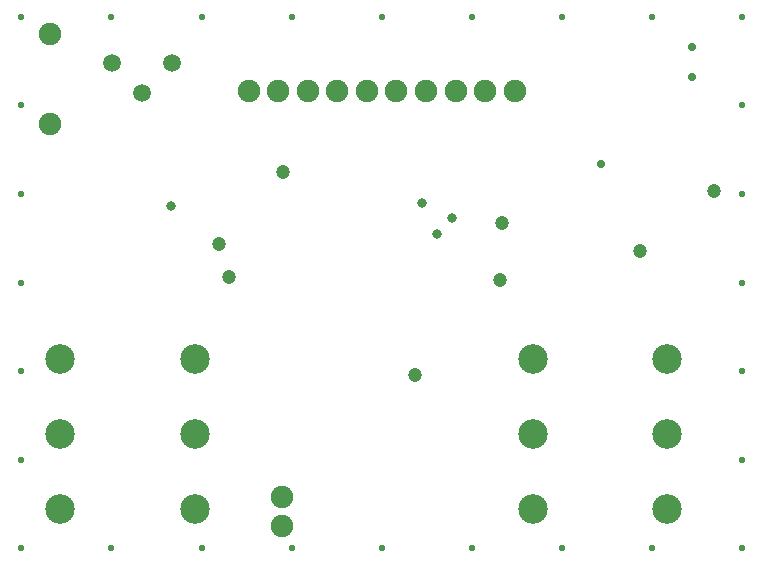
<source format=gbs>
%FSLAX46Y46*%
%MOMM*%
%AMPS12*
1,1,0.800000,0.000000,0.000000*
%
%ADD12PS12*%
%AMPS11*
1,1,2.500000,0.000000,0.000000*
%
%ADD11PS11*%
%AMPS13*
1,1,1.500000,0.000000,0.000000*
%
%ADD13PS13*%
%AMPS14*
1,1,1.900000,0.000000,0.000000*
%
%ADD14PS14*%
%AMPS15*
1,1,1.900000,0.000000,0.000000*
%
%ADD15PS15*%
%AMPS10*
1,1,1.900000,0.000000,0.000000*
%
%ADD10PS10*%
%AMPS19*
1,1,1.200000,0.000000,0.000000*
%
%ADD19PS19*%
%AMPS16*
1,1,0.550000,0.000000,0.000000*
%
%ADD16PS16*%
%AMPS18*
1,1,0.700000,0.000000,0.000000*
%
%ADD18PS18*%
%AMPS17*
1,1,0.800000,0.000000,0.000000*
%
%ADD17PS17*%
G01*
%LPD*%
G01*
%LPD*%
G75*
D10*
X23050000Y5350000D03*
D10*
X23050000Y2850000D03*
D11*
X15700000Y10675000D03*
D11*
X4280000Y10675000D03*
D11*
X4280000Y4325000D03*
D11*
X4280000Y17025000D03*
D11*
X15700000Y17025000D03*
D11*
X15700000Y4325000D03*
D12*
X34930000Y30270000D03*
D12*
X37470000Y29000000D03*
D13*
X13740000Y42120000D03*
D13*
X11200000Y39580000D03*
D13*
X8660000Y42120000D03*
D14*
X3400000Y36890000D03*
D14*
X3400000Y44510000D03*
D15*
X27752917Y39698737D03*
D15*
X42752917Y39698737D03*
D15*
X20252917Y39698737D03*
D15*
X30252917Y39698737D03*
D15*
X35252917Y39698737D03*
D15*
X25252917Y39698737D03*
D15*
X40252917Y39698737D03*
D15*
X37752917Y39698737D03*
D15*
X22752917Y39698737D03*
D15*
X32752917Y39698737D03*
D11*
X55700000Y10675000D03*
D11*
X44280000Y10675000D03*
D11*
X44280000Y4325000D03*
D11*
X44280000Y17025000D03*
D11*
X55700000Y17025000D03*
D11*
X55700000Y4325000D03*
D16*
X31500000Y1000000D03*
D16*
X62000000Y46000000D03*
D16*
X1000000Y8500000D03*
D17*
X13705000Y29970000D03*
D17*
X36200000Y27600000D03*
D16*
X62000000Y38500000D03*
D16*
X46750000Y46000000D03*
D16*
X39125000Y1000000D03*
D18*
X57800000Y43410000D03*
D16*
X62000000Y31000000D03*
D19*
X34350000Y15702922D03*
D16*
X46750000Y1000000D03*
D19*
X59675000Y31270000D03*
D16*
X54375000Y46000000D03*
D16*
X8625000Y1000000D03*
D16*
X1000000Y23500000D03*
D16*
X1000000Y31000000D03*
D16*
X16250000Y1000000D03*
D19*
X17695000Y26730000D03*
D18*
X50110000Y33550000D03*
D16*
X39125000Y46000000D03*
D19*
X18605000Y23990000D03*
D16*
X62000000Y23500000D03*
D16*
X23875000Y1000000D03*
D18*
X57800000Y40870000D03*
D16*
X31500000Y46000000D03*
D16*
X62000000Y16000000D03*
D16*
X62000000Y8500000D03*
D16*
X1000000Y1000000D03*
D19*
X41550000Y23700000D03*
D16*
X62000000Y1000000D03*
D16*
X23875000Y46000000D03*
D19*
X53350000Y26200000D03*
D16*
X16250000Y46000000D03*
D16*
X8625000Y46000000D03*
D19*
X41680000Y28515000D03*
D16*
X1000000Y46000000D03*
D19*
X23179995Y32850001D03*
D16*
X1000000Y38500000D03*
D16*
X54375000Y1000000D03*
D16*
X1000000Y16000000D03*
M02*

</source>
